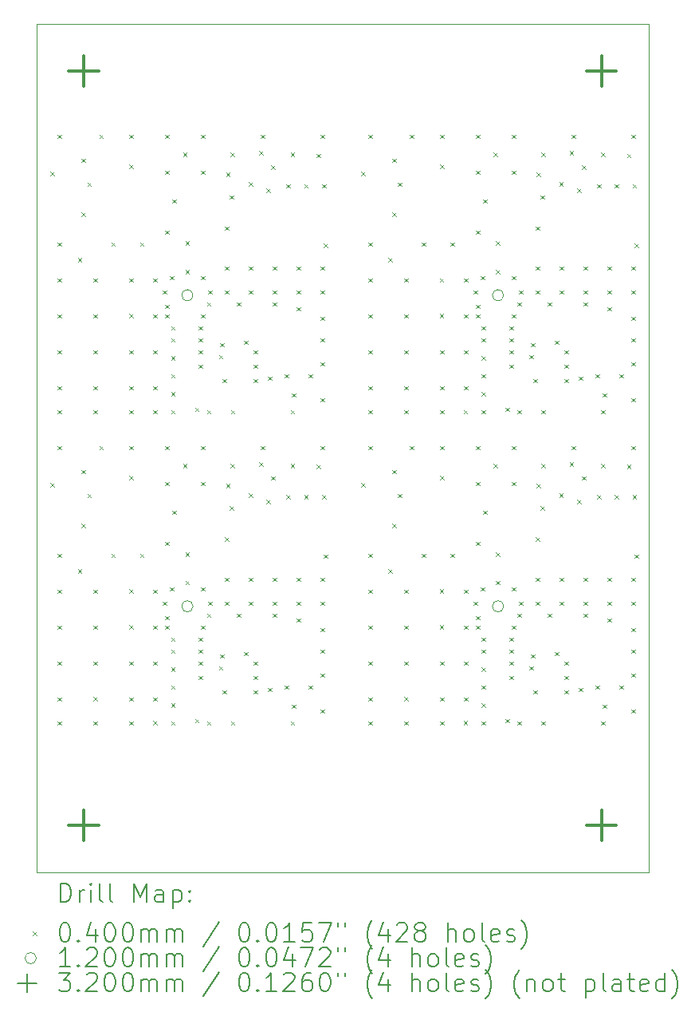
<source format=gbr>
%FSLAX45Y45*%
G04 Gerber Fmt 4.5, Leading zero omitted, Abs format (unit mm)*
G04 Created by KiCad (PCBNEW (6.0.4)) date 2022-09-16 03:16:32*
%MOMM*%
%LPD*%
G01*
G04 APERTURE LIST*
%TA.AperFunction,Profile*%
%ADD10C,0.050000*%
%TD*%
%ADD11C,0.200000*%
%ADD12C,0.040000*%
%ADD13C,0.120000*%
%ADD14C,0.320000*%
G04 APERTURE END LIST*
D10*
X17500000Y-12000000D02*
X11000000Y-12000000D01*
X11000000Y-12000000D02*
X11000000Y-3000000D01*
X11000000Y-3000000D02*
X17500000Y-3000000D01*
X17500000Y-3000000D02*
X17500000Y-12000000D01*
D11*
D12*
X11145800Y-4565700D02*
X11185800Y-4605700D01*
X11185800Y-4565700D02*
X11145800Y-4605700D01*
X11145800Y-7865700D02*
X11185800Y-7905700D01*
X11185800Y-7865700D02*
X11145800Y-7905700D01*
X11222000Y-4172000D02*
X11262000Y-4212000D01*
X11262000Y-4172000D02*
X11222000Y-4212000D01*
X11222000Y-5315000D02*
X11262000Y-5355000D01*
X11262000Y-5315000D02*
X11222000Y-5355000D01*
X11222000Y-5696000D02*
X11262000Y-5736000D01*
X11262000Y-5696000D02*
X11222000Y-5736000D01*
X11222000Y-6077000D02*
X11262000Y-6117000D01*
X11262000Y-6077000D02*
X11222000Y-6117000D01*
X11222000Y-6458000D02*
X11262000Y-6498000D01*
X11262000Y-6458000D02*
X11222000Y-6498000D01*
X11222000Y-6839000D02*
X11262000Y-6879000D01*
X11262000Y-6839000D02*
X11222000Y-6879000D01*
X11222000Y-7093000D02*
X11262000Y-7133000D01*
X11262000Y-7093000D02*
X11222000Y-7133000D01*
X11222000Y-7472000D02*
X11262000Y-7512000D01*
X11262000Y-7472000D02*
X11222000Y-7512000D01*
X11222000Y-8615000D02*
X11262000Y-8655000D01*
X11262000Y-8615000D02*
X11222000Y-8655000D01*
X11222000Y-8996000D02*
X11262000Y-9036000D01*
X11262000Y-8996000D02*
X11222000Y-9036000D01*
X11222000Y-9377000D02*
X11262000Y-9417000D01*
X11262000Y-9377000D02*
X11222000Y-9417000D01*
X11222000Y-9758000D02*
X11262000Y-9798000D01*
X11262000Y-9758000D02*
X11222000Y-9798000D01*
X11222000Y-10139000D02*
X11262000Y-10179000D01*
X11262000Y-10139000D02*
X11222000Y-10179000D01*
X11222000Y-10393000D02*
X11262000Y-10433000D01*
X11262000Y-10393000D02*
X11222000Y-10433000D01*
X11437900Y-5480100D02*
X11477900Y-5520100D01*
X11477900Y-5480100D02*
X11437900Y-5520100D01*
X11437900Y-8780100D02*
X11477900Y-8820100D01*
X11477900Y-8780100D02*
X11437900Y-8820100D01*
X11476000Y-4426000D02*
X11516000Y-4466000D01*
X11516000Y-4426000D02*
X11476000Y-4466000D01*
X11476000Y-4997500D02*
X11516000Y-5037500D01*
X11516000Y-4997500D02*
X11476000Y-5037500D01*
X11476000Y-7726000D02*
X11516000Y-7766000D01*
X11516000Y-7726000D02*
X11476000Y-7766000D01*
X11476000Y-8297500D02*
X11516000Y-8337500D01*
X11516000Y-8297500D02*
X11476000Y-8337500D01*
X11539500Y-4680000D02*
X11579500Y-4720000D01*
X11579500Y-4680000D02*
X11539500Y-4720000D01*
X11539500Y-7980000D02*
X11579500Y-8020000D01*
X11579500Y-7980000D02*
X11539500Y-8020000D01*
X11602488Y-6838233D02*
X11642488Y-6878233D01*
X11642488Y-6838233D02*
X11602488Y-6878233D01*
X11602488Y-10138233D02*
X11642488Y-10178233D01*
X11642488Y-10138233D02*
X11602488Y-10178233D01*
X11603000Y-5696000D02*
X11643000Y-5736000D01*
X11643000Y-5696000D02*
X11603000Y-5736000D01*
X11603000Y-6077000D02*
X11643000Y-6117000D01*
X11643000Y-6077000D02*
X11603000Y-6117000D01*
X11603000Y-6458000D02*
X11643000Y-6498000D01*
X11643000Y-6458000D02*
X11603000Y-6498000D01*
X11603000Y-7093000D02*
X11643000Y-7133000D01*
X11643000Y-7093000D02*
X11603000Y-7133000D01*
X11603000Y-8996000D02*
X11643000Y-9036000D01*
X11643000Y-8996000D02*
X11603000Y-9036000D01*
X11603000Y-9377000D02*
X11643000Y-9417000D01*
X11643000Y-9377000D02*
X11603000Y-9417000D01*
X11603000Y-9758000D02*
X11643000Y-9798000D01*
X11643000Y-9758000D02*
X11603000Y-9798000D01*
X11603000Y-10393000D02*
X11643000Y-10433000D01*
X11643000Y-10393000D02*
X11603000Y-10433000D01*
X11666500Y-4172000D02*
X11706500Y-4212000D01*
X11706500Y-4172000D02*
X11666500Y-4212000D01*
X11666500Y-7472000D02*
X11706500Y-7512000D01*
X11706500Y-7472000D02*
X11666500Y-7512000D01*
X11793500Y-5315000D02*
X11833500Y-5355000D01*
X11833500Y-5315000D02*
X11793500Y-5355000D01*
X11793500Y-8615000D02*
X11833500Y-8655000D01*
X11833500Y-8615000D02*
X11793500Y-8655000D01*
X11982721Y-5694285D02*
X12022721Y-5734285D01*
X12022721Y-5694285D02*
X11982721Y-5734285D01*
X11982721Y-6074517D02*
X12022721Y-6114517D01*
X12022721Y-6074517D02*
X11982721Y-6114517D01*
X11982721Y-8994285D02*
X12022721Y-9034285D01*
X12022721Y-8994285D02*
X11982721Y-9034285D01*
X11982721Y-9374517D02*
X12022721Y-9414517D01*
X12022721Y-9374517D02*
X11982721Y-9414517D01*
X11984000Y-4172000D02*
X12024000Y-4212000D01*
X12024000Y-4172000D02*
X11984000Y-4212000D01*
X11984000Y-4489500D02*
X12024000Y-4529500D01*
X12024000Y-4489500D02*
X11984000Y-4529500D01*
X11984000Y-6458000D02*
X12024000Y-6498000D01*
X12024000Y-6458000D02*
X11984000Y-6498000D01*
X11984000Y-6839000D02*
X12024000Y-6879000D01*
X12024000Y-6839000D02*
X11984000Y-6879000D01*
X11984000Y-7093000D02*
X12024000Y-7133000D01*
X12024000Y-7093000D02*
X11984000Y-7133000D01*
X11984000Y-7472000D02*
X12024000Y-7512000D01*
X12024000Y-7472000D02*
X11984000Y-7512000D01*
X11984000Y-7789500D02*
X12024000Y-7829500D01*
X12024000Y-7789500D02*
X11984000Y-7829500D01*
X11984000Y-9758000D02*
X12024000Y-9798000D01*
X12024000Y-9758000D02*
X11984000Y-9798000D01*
X11984000Y-10139000D02*
X12024000Y-10179000D01*
X12024000Y-10139000D02*
X11984000Y-10179000D01*
X11984000Y-10393000D02*
X12024000Y-10433000D01*
X12024000Y-10393000D02*
X11984000Y-10433000D01*
X12098300Y-5315000D02*
X12138300Y-5355000D01*
X12138300Y-5315000D02*
X12098300Y-5355000D01*
X12098300Y-8615000D02*
X12138300Y-8655000D01*
X12138300Y-8615000D02*
X12098300Y-8655000D01*
X12236209Y-7091721D02*
X12276209Y-7131721D01*
X12276209Y-7091721D02*
X12236209Y-7131721D01*
X12236209Y-10391721D02*
X12276209Y-10431721D01*
X12276209Y-10391721D02*
X12236209Y-10431721D01*
X12238000Y-5696000D02*
X12278000Y-5736000D01*
X12278000Y-5696000D02*
X12238000Y-5736000D01*
X12238000Y-6077000D02*
X12278000Y-6117000D01*
X12278000Y-6077000D02*
X12238000Y-6117000D01*
X12238000Y-6458000D02*
X12278000Y-6498000D01*
X12278000Y-6458000D02*
X12238000Y-6498000D01*
X12238000Y-6839000D02*
X12278000Y-6879000D01*
X12278000Y-6839000D02*
X12238000Y-6879000D01*
X12238000Y-8996000D02*
X12278000Y-9036000D01*
X12278000Y-8996000D02*
X12238000Y-9036000D01*
X12238000Y-9377000D02*
X12278000Y-9417000D01*
X12278000Y-9377000D02*
X12238000Y-9417000D01*
X12238000Y-9758000D02*
X12278000Y-9798000D01*
X12278000Y-9758000D02*
X12238000Y-9798000D01*
X12238000Y-10139000D02*
X12278000Y-10179000D01*
X12278000Y-10139000D02*
X12238000Y-10179000D01*
X12339600Y-5823000D02*
X12379600Y-5863000D01*
X12379600Y-5823000D02*
X12339600Y-5863000D01*
X12339600Y-9123000D02*
X12379600Y-9163000D01*
X12379600Y-9123000D02*
X12339600Y-9163000D01*
X12365000Y-4172000D02*
X12405000Y-4212000D01*
X12405000Y-4172000D02*
X12365000Y-4212000D01*
X12365000Y-4553000D02*
X12405000Y-4593000D01*
X12405000Y-4553000D02*
X12365000Y-4593000D01*
X12365000Y-5188000D02*
X12405000Y-5228000D01*
X12405000Y-5188000D02*
X12365000Y-5228000D01*
X12365000Y-5975400D02*
X12405000Y-6015400D01*
X12405000Y-5975400D02*
X12365000Y-6015400D01*
X12365000Y-6077000D02*
X12405000Y-6117000D01*
X12405000Y-6077000D02*
X12365000Y-6117000D01*
X12365000Y-7472000D02*
X12405000Y-7512000D01*
X12405000Y-7472000D02*
X12365000Y-7512000D01*
X12365000Y-7853000D02*
X12405000Y-7893000D01*
X12405000Y-7853000D02*
X12365000Y-7893000D01*
X12365000Y-8488000D02*
X12405000Y-8528000D01*
X12405000Y-8488000D02*
X12365000Y-8528000D01*
X12365000Y-9275400D02*
X12405000Y-9315400D01*
X12405000Y-9275400D02*
X12365000Y-9315400D01*
X12365000Y-9377000D02*
X12405000Y-9417000D01*
X12405000Y-9377000D02*
X12365000Y-9417000D01*
X12415800Y-5670600D02*
X12455800Y-5710600D01*
X12455800Y-5670600D02*
X12415800Y-5710600D01*
X12415800Y-8970600D02*
X12455800Y-9010600D01*
X12455800Y-8970600D02*
X12415800Y-9010600D01*
X12428500Y-6204000D02*
X12468500Y-6244000D01*
X12468500Y-6204000D02*
X12428500Y-6244000D01*
X12428500Y-6331000D02*
X12468500Y-6371000D01*
X12468500Y-6331000D02*
X12428500Y-6371000D01*
X12428500Y-6521500D02*
X12468500Y-6561500D01*
X12468500Y-6521500D02*
X12428500Y-6561500D01*
X12428500Y-6712000D02*
X12468500Y-6752000D01*
X12468500Y-6712000D02*
X12428500Y-6752000D01*
X12428500Y-6902500D02*
X12468500Y-6942500D01*
X12468500Y-6902500D02*
X12428500Y-6942500D01*
X12428500Y-7093000D02*
X12468500Y-7133000D01*
X12468500Y-7093000D02*
X12428500Y-7133000D01*
X12428500Y-9504000D02*
X12468500Y-9544000D01*
X12468500Y-9504000D02*
X12428500Y-9544000D01*
X12428500Y-9631000D02*
X12468500Y-9671000D01*
X12468500Y-9631000D02*
X12428500Y-9671000D01*
X12428500Y-9821500D02*
X12468500Y-9861500D01*
X12468500Y-9821500D02*
X12428500Y-9861500D01*
X12428500Y-10012000D02*
X12468500Y-10052000D01*
X12468500Y-10012000D02*
X12428500Y-10052000D01*
X12428500Y-10202500D02*
X12468500Y-10242500D01*
X12468500Y-10202500D02*
X12428500Y-10242500D01*
X12428500Y-10393000D02*
X12468500Y-10433000D01*
X12468500Y-10393000D02*
X12428500Y-10433000D01*
X12441200Y-4857800D02*
X12481200Y-4897800D01*
X12481200Y-4857800D02*
X12441200Y-4897800D01*
X12441200Y-8157800D02*
X12481200Y-8197800D01*
X12481200Y-8157800D02*
X12441200Y-8197800D01*
X12555500Y-4362500D02*
X12595500Y-4402500D01*
X12595500Y-4362500D02*
X12555500Y-4402500D01*
X12555500Y-7662500D02*
X12595500Y-7702500D01*
X12595500Y-7662500D02*
X12555500Y-7702500D01*
X12580900Y-5302300D02*
X12620900Y-5342300D01*
X12620900Y-5302300D02*
X12580900Y-5342300D01*
X12580900Y-8602300D02*
X12620900Y-8642300D01*
X12620900Y-8602300D02*
X12580900Y-8642300D01*
X12582000Y-5605000D02*
X12622000Y-5645000D01*
X12622000Y-5605000D02*
X12582000Y-5645000D01*
X12582000Y-8905000D02*
X12622000Y-8945000D01*
X12622000Y-8905000D02*
X12582000Y-8945000D01*
X12682500Y-7067600D02*
X12722500Y-7107600D01*
X12722500Y-7067600D02*
X12682500Y-7107600D01*
X12682500Y-10367600D02*
X12722500Y-10407600D01*
X12722500Y-10367600D02*
X12682500Y-10407600D01*
X12720600Y-6204000D02*
X12760600Y-6244000D01*
X12760600Y-6204000D02*
X12720600Y-6244000D01*
X12720600Y-6331000D02*
X12760600Y-6371000D01*
X12760600Y-6331000D02*
X12720600Y-6371000D01*
X12720600Y-6458000D02*
X12760600Y-6498000D01*
X12760600Y-6458000D02*
X12720600Y-6498000D01*
X12720600Y-6610400D02*
X12760600Y-6650400D01*
X12760600Y-6610400D02*
X12720600Y-6650400D01*
X12720600Y-9504000D02*
X12760600Y-9544000D01*
X12760600Y-9504000D02*
X12720600Y-9544000D01*
X12720600Y-9631000D02*
X12760600Y-9671000D01*
X12760600Y-9631000D02*
X12720600Y-9671000D01*
X12720600Y-9758000D02*
X12760600Y-9798000D01*
X12760600Y-9758000D02*
X12720600Y-9798000D01*
X12720600Y-9910400D02*
X12760600Y-9950400D01*
X12760600Y-9910400D02*
X12720600Y-9950400D01*
X12746000Y-4172000D02*
X12786000Y-4212000D01*
X12786000Y-4172000D02*
X12746000Y-4212000D01*
X12746000Y-4553000D02*
X12786000Y-4593000D01*
X12786000Y-4553000D02*
X12746000Y-4593000D01*
X12746000Y-5670600D02*
X12786000Y-5710600D01*
X12786000Y-5670600D02*
X12746000Y-5710600D01*
X12746000Y-6077000D02*
X12786000Y-6117000D01*
X12786000Y-6077000D02*
X12746000Y-6117000D01*
X12746000Y-7472000D02*
X12786000Y-7512000D01*
X12786000Y-7472000D02*
X12746000Y-7512000D01*
X12746000Y-7853000D02*
X12786000Y-7893000D01*
X12786000Y-7853000D02*
X12746000Y-7893000D01*
X12746000Y-8970600D02*
X12786000Y-9010600D01*
X12786000Y-8970600D02*
X12746000Y-9010600D01*
X12746000Y-9377000D02*
X12786000Y-9417000D01*
X12786000Y-9377000D02*
X12746000Y-9417000D01*
X12809500Y-5950000D02*
X12849500Y-5990000D01*
X12849500Y-5950000D02*
X12809500Y-5990000D01*
X12809500Y-7093000D02*
X12849500Y-7133000D01*
X12849500Y-7093000D02*
X12809500Y-7133000D01*
X12809500Y-9250000D02*
X12849500Y-9290000D01*
X12849500Y-9250000D02*
X12809500Y-9290000D01*
X12809500Y-10393000D02*
X12849500Y-10433000D01*
X12849500Y-10393000D02*
X12809500Y-10433000D01*
X12822200Y-5823000D02*
X12862200Y-5863000D01*
X12862200Y-5823000D02*
X12822200Y-5863000D01*
X12822200Y-9123000D02*
X12862200Y-9163000D01*
X12862200Y-9123000D02*
X12822200Y-9163000D01*
X12936500Y-6508800D02*
X12976500Y-6548800D01*
X12976500Y-6508800D02*
X12936500Y-6548800D01*
X12936500Y-9808800D02*
X12976500Y-9848800D01*
X12976500Y-9808800D02*
X12936500Y-9848800D01*
X12949200Y-6381800D02*
X12989200Y-6421800D01*
X12989200Y-6381800D02*
X12949200Y-6421800D01*
X12949200Y-9681800D02*
X12989200Y-9721800D01*
X12989200Y-9681800D02*
X12949200Y-9721800D01*
X12974600Y-6762800D02*
X13014600Y-6802800D01*
X13014600Y-6762800D02*
X12974600Y-6802800D01*
X12974600Y-10062800D02*
X13014600Y-10102800D01*
X13014600Y-10062800D02*
X12974600Y-10102800D01*
X13000000Y-5569000D02*
X13040000Y-5609000D01*
X13040000Y-5569000D02*
X13000000Y-5609000D01*
X13000000Y-5823000D02*
X13040000Y-5863000D01*
X13040000Y-5823000D02*
X13000000Y-5863000D01*
X13000000Y-8869000D02*
X13040000Y-8909000D01*
X13040000Y-8869000D02*
X13000000Y-8909000D01*
X13000000Y-9123000D02*
X13040000Y-9163000D01*
X13040000Y-9123000D02*
X13000000Y-9163000D01*
X13002000Y-5145000D02*
X13042000Y-5185000D01*
X13042000Y-5145000D02*
X13002000Y-5185000D01*
X13002000Y-8445000D02*
X13042000Y-8485000D01*
X13042000Y-8445000D02*
X13002000Y-8485000D01*
X13012000Y-4575000D02*
X13052000Y-4615000D01*
X13052000Y-4575000D02*
X13012000Y-4615000D01*
X13012000Y-7875000D02*
X13052000Y-7915000D01*
X13052000Y-7875000D02*
X13012000Y-7915000D01*
X13052000Y-4815000D02*
X13092000Y-4855000D01*
X13092000Y-4815000D02*
X13052000Y-4855000D01*
X13052000Y-8115000D02*
X13092000Y-8155000D01*
X13092000Y-8115000D02*
X13052000Y-8155000D01*
X13061747Y-4361770D02*
X13101747Y-4401770D01*
X13101747Y-4361770D02*
X13061747Y-4401770D01*
X13061747Y-7661770D02*
X13101747Y-7701770D01*
X13101747Y-7661770D02*
X13061747Y-7701770D01*
X13063500Y-7093000D02*
X13103500Y-7133000D01*
X13103500Y-7093000D02*
X13063500Y-7133000D01*
X13063500Y-10393000D02*
X13103500Y-10433000D01*
X13103500Y-10393000D02*
X13063500Y-10433000D01*
X13127000Y-5950000D02*
X13167000Y-5990000D01*
X13167000Y-5950000D02*
X13127000Y-5990000D01*
X13127000Y-9250000D02*
X13167000Y-9290000D01*
X13167000Y-9250000D02*
X13127000Y-9290000D01*
X13203200Y-6356400D02*
X13243200Y-6396400D01*
X13243200Y-6356400D02*
X13203200Y-6396400D01*
X13203200Y-9656400D02*
X13243200Y-9696400D01*
X13243200Y-9656400D02*
X13203200Y-9696400D01*
X13252000Y-4675000D02*
X13292000Y-4715000D01*
X13292000Y-4675000D02*
X13252000Y-4715000D01*
X13252000Y-7975000D02*
X13292000Y-8015000D01*
X13292000Y-7975000D02*
X13252000Y-8015000D01*
X13254000Y-5569000D02*
X13294000Y-5609000D01*
X13294000Y-5569000D02*
X13254000Y-5609000D01*
X13254000Y-5823000D02*
X13294000Y-5863000D01*
X13294000Y-5823000D02*
X13254000Y-5863000D01*
X13254000Y-8869000D02*
X13294000Y-8909000D01*
X13294000Y-8869000D02*
X13254000Y-8909000D01*
X13254000Y-9123000D02*
X13294000Y-9163000D01*
X13294000Y-9123000D02*
X13254000Y-9163000D01*
X13304800Y-6458000D02*
X13344800Y-6498000D01*
X13344800Y-6458000D02*
X13304800Y-6498000D01*
X13304800Y-6610400D02*
X13344800Y-6650400D01*
X13344800Y-6610400D02*
X13304800Y-6650400D01*
X13304800Y-6762800D02*
X13344800Y-6802800D01*
X13344800Y-6762800D02*
X13304800Y-6802800D01*
X13304800Y-9758000D02*
X13344800Y-9798000D01*
X13344800Y-9758000D02*
X13304800Y-9798000D01*
X13304800Y-9910400D02*
X13344800Y-9950400D01*
X13344800Y-9910400D02*
X13304800Y-9950400D01*
X13304800Y-10062800D02*
X13344800Y-10102800D01*
X13344800Y-10062800D02*
X13304800Y-10102800D01*
X13362000Y-4345000D02*
X13402000Y-4385000D01*
X13402000Y-4345000D02*
X13362000Y-4385000D01*
X13362000Y-7645000D02*
X13402000Y-7685000D01*
X13402000Y-7645000D02*
X13362000Y-7685000D01*
X13381000Y-4172000D02*
X13421000Y-4212000D01*
X13421000Y-4172000D02*
X13381000Y-4212000D01*
X13381000Y-7472000D02*
X13421000Y-7512000D01*
X13421000Y-7472000D02*
X13381000Y-7512000D01*
X13442000Y-4745000D02*
X13482000Y-4785000D01*
X13482000Y-4745000D02*
X13442000Y-4785000D01*
X13442000Y-8045000D02*
X13482000Y-8085000D01*
X13482000Y-8045000D02*
X13442000Y-8085000D01*
X13457200Y-6737400D02*
X13497200Y-6777400D01*
X13497200Y-6737400D02*
X13457200Y-6777400D01*
X13457200Y-10037400D02*
X13497200Y-10077400D01*
X13497200Y-10037400D02*
X13457200Y-10077400D01*
X13492000Y-4495000D02*
X13532000Y-4535000D01*
X13532000Y-4495000D02*
X13492000Y-4535000D01*
X13492000Y-7795000D02*
X13532000Y-7835000D01*
X13532000Y-7795000D02*
X13492000Y-7835000D01*
X13508000Y-5569000D02*
X13548000Y-5609000D01*
X13548000Y-5569000D02*
X13508000Y-5609000D01*
X13508000Y-5823000D02*
X13548000Y-5863000D01*
X13548000Y-5823000D02*
X13508000Y-5863000D01*
X13508000Y-5950000D02*
X13548000Y-5990000D01*
X13548000Y-5950000D02*
X13508000Y-5990000D01*
X13508000Y-8869000D02*
X13548000Y-8909000D01*
X13548000Y-8869000D02*
X13508000Y-8909000D01*
X13508000Y-9123000D02*
X13548000Y-9163000D01*
X13548000Y-9123000D02*
X13508000Y-9163000D01*
X13508000Y-9250000D02*
X13548000Y-9290000D01*
X13548000Y-9250000D02*
X13508000Y-9290000D01*
X13635000Y-6712000D02*
X13675000Y-6752000D01*
X13675000Y-6712000D02*
X13635000Y-6752000D01*
X13635000Y-10012000D02*
X13675000Y-10052000D01*
X13675000Y-10012000D02*
X13635000Y-10052000D01*
X13652000Y-4695000D02*
X13692000Y-4735000D01*
X13692000Y-4695000D02*
X13652000Y-4735000D01*
X13652000Y-7995000D02*
X13692000Y-8035000D01*
X13692000Y-7995000D02*
X13652000Y-8035000D01*
X13698500Y-4362500D02*
X13738500Y-4402500D01*
X13738500Y-4362500D02*
X13698500Y-4402500D01*
X13698500Y-7093000D02*
X13738500Y-7133000D01*
X13738500Y-7093000D02*
X13698500Y-7133000D01*
X13698500Y-7662500D02*
X13738500Y-7702500D01*
X13738500Y-7662500D02*
X13698500Y-7702500D01*
X13698500Y-10393000D02*
X13738500Y-10433000D01*
X13738500Y-10393000D02*
X13698500Y-10433000D01*
X13711200Y-6915200D02*
X13751200Y-6955200D01*
X13751200Y-6915200D02*
X13711200Y-6955200D01*
X13711200Y-10215200D02*
X13751200Y-10255200D01*
X13751200Y-10215200D02*
X13711200Y-10255200D01*
X13762000Y-5569000D02*
X13802000Y-5609000D01*
X13802000Y-5569000D02*
X13762000Y-5609000D01*
X13762000Y-5823000D02*
X13802000Y-5863000D01*
X13802000Y-5823000D02*
X13762000Y-5863000D01*
X13762000Y-6000800D02*
X13802000Y-6040800D01*
X13802000Y-6000800D02*
X13762000Y-6040800D01*
X13762000Y-8869000D02*
X13802000Y-8909000D01*
X13802000Y-8869000D02*
X13762000Y-8909000D01*
X13762000Y-9123000D02*
X13802000Y-9163000D01*
X13802000Y-9123000D02*
X13762000Y-9163000D01*
X13762000Y-9300800D02*
X13802000Y-9340800D01*
X13802000Y-9300800D02*
X13762000Y-9340800D01*
X13842000Y-4695000D02*
X13882000Y-4735000D01*
X13882000Y-4695000D02*
X13842000Y-4735000D01*
X13842000Y-7995000D02*
X13882000Y-8035000D01*
X13882000Y-7995000D02*
X13842000Y-8035000D01*
X13889000Y-6712000D02*
X13929000Y-6752000D01*
X13929000Y-6712000D02*
X13889000Y-6752000D01*
X13889000Y-10012000D02*
X13929000Y-10052000D01*
X13929000Y-10012000D02*
X13889000Y-10052000D01*
X13972000Y-4375000D02*
X14012000Y-4415000D01*
X14012000Y-4375000D02*
X13972000Y-4415000D01*
X13972000Y-7675000D02*
X14012000Y-7715000D01*
X14012000Y-7675000D02*
X13972000Y-7715000D01*
X14016000Y-4172000D02*
X14056000Y-4212000D01*
X14056000Y-4172000D02*
X14016000Y-4212000D01*
X14016000Y-5569000D02*
X14056000Y-5609000D01*
X14056000Y-5569000D02*
X14016000Y-5609000D01*
X14016000Y-5823000D02*
X14056000Y-5863000D01*
X14056000Y-5823000D02*
X14016000Y-5863000D01*
X14016000Y-6102400D02*
X14056000Y-6142400D01*
X14056000Y-6102400D02*
X14016000Y-6142400D01*
X14016000Y-6331000D02*
X14056000Y-6371000D01*
X14056000Y-6331000D02*
X14016000Y-6371000D01*
X14016000Y-6585000D02*
X14056000Y-6625000D01*
X14056000Y-6585000D02*
X14016000Y-6625000D01*
X14016000Y-6966000D02*
X14056000Y-7006000D01*
X14056000Y-6966000D02*
X14016000Y-7006000D01*
X14016000Y-7472000D02*
X14056000Y-7512000D01*
X14056000Y-7472000D02*
X14016000Y-7512000D01*
X14016000Y-8869000D02*
X14056000Y-8909000D01*
X14056000Y-8869000D02*
X14016000Y-8909000D01*
X14016000Y-9123000D02*
X14056000Y-9163000D01*
X14056000Y-9123000D02*
X14016000Y-9163000D01*
X14016000Y-9402400D02*
X14056000Y-9442400D01*
X14056000Y-9402400D02*
X14016000Y-9442400D01*
X14016000Y-9631000D02*
X14056000Y-9671000D01*
X14056000Y-9631000D02*
X14016000Y-9671000D01*
X14016000Y-9885000D02*
X14056000Y-9925000D01*
X14056000Y-9885000D02*
X14016000Y-9925000D01*
X14016000Y-10266000D02*
X14056000Y-10306000D01*
X14056000Y-10266000D02*
X14016000Y-10306000D01*
X14032000Y-4695000D02*
X14072000Y-4735000D01*
X14072000Y-4695000D02*
X14032000Y-4735000D01*
X14032000Y-7995000D02*
X14072000Y-8035000D01*
X14072000Y-7995000D02*
X14032000Y-8035000D01*
X14052000Y-5325000D02*
X14092000Y-5365000D01*
X14092000Y-5325000D02*
X14052000Y-5365000D01*
X14052000Y-8625000D02*
X14092000Y-8665000D01*
X14092000Y-8625000D02*
X14052000Y-8665000D01*
X14445800Y-4565700D02*
X14485800Y-4605700D01*
X14485800Y-4565700D02*
X14445800Y-4605700D01*
X14445800Y-7865700D02*
X14485800Y-7905700D01*
X14485800Y-7865700D02*
X14445800Y-7905700D01*
X14522000Y-4172000D02*
X14562000Y-4212000D01*
X14562000Y-4172000D02*
X14522000Y-4212000D01*
X14522000Y-5315000D02*
X14562000Y-5355000D01*
X14562000Y-5315000D02*
X14522000Y-5355000D01*
X14522000Y-5696000D02*
X14562000Y-5736000D01*
X14562000Y-5696000D02*
X14522000Y-5736000D01*
X14522000Y-6077000D02*
X14562000Y-6117000D01*
X14562000Y-6077000D02*
X14522000Y-6117000D01*
X14522000Y-6458000D02*
X14562000Y-6498000D01*
X14562000Y-6458000D02*
X14522000Y-6498000D01*
X14522000Y-6839000D02*
X14562000Y-6879000D01*
X14562000Y-6839000D02*
X14522000Y-6879000D01*
X14522000Y-7093000D02*
X14562000Y-7133000D01*
X14562000Y-7093000D02*
X14522000Y-7133000D01*
X14522000Y-7472000D02*
X14562000Y-7512000D01*
X14562000Y-7472000D02*
X14522000Y-7512000D01*
X14522000Y-8615000D02*
X14562000Y-8655000D01*
X14562000Y-8615000D02*
X14522000Y-8655000D01*
X14522000Y-8996000D02*
X14562000Y-9036000D01*
X14562000Y-8996000D02*
X14522000Y-9036000D01*
X14522000Y-9377000D02*
X14562000Y-9417000D01*
X14562000Y-9377000D02*
X14522000Y-9417000D01*
X14522000Y-9758000D02*
X14562000Y-9798000D01*
X14562000Y-9758000D02*
X14522000Y-9798000D01*
X14522000Y-10139000D02*
X14562000Y-10179000D01*
X14562000Y-10139000D02*
X14522000Y-10179000D01*
X14522000Y-10393000D02*
X14562000Y-10433000D01*
X14562000Y-10393000D02*
X14522000Y-10433000D01*
X14737900Y-5480100D02*
X14777900Y-5520100D01*
X14777900Y-5480100D02*
X14737900Y-5520100D01*
X14737900Y-8780100D02*
X14777900Y-8820100D01*
X14777900Y-8780100D02*
X14737900Y-8820100D01*
X14776000Y-4426000D02*
X14816000Y-4466000D01*
X14816000Y-4426000D02*
X14776000Y-4466000D01*
X14776000Y-4997500D02*
X14816000Y-5037500D01*
X14816000Y-4997500D02*
X14776000Y-5037500D01*
X14776000Y-7726000D02*
X14816000Y-7766000D01*
X14816000Y-7726000D02*
X14776000Y-7766000D01*
X14776000Y-8297500D02*
X14816000Y-8337500D01*
X14816000Y-8297500D02*
X14776000Y-8337500D01*
X14839500Y-4680000D02*
X14879500Y-4720000D01*
X14879500Y-4680000D02*
X14839500Y-4720000D01*
X14839500Y-7980000D02*
X14879500Y-8020000D01*
X14879500Y-7980000D02*
X14839500Y-8020000D01*
X14902488Y-6838233D02*
X14942488Y-6878233D01*
X14942488Y-6838233D02*
X14902488Y-6878233D01*
X14902488Y-10138233D02*
X14942488Y-10178233D01*
X14942488Y-10138233D02*
X14902488Y-10178233D01*
X14903000Y-5696000D02*
X14943000Y-5736000D01*
X14943000Y-5696000D02*
X14903000Y-5736000D01*
X14903000Y-6077000D02*
X14943000Y-6117000D01*
X14943000Y-6077000D02*
X14903000Y-6117000D01*
X14903000Y-6458000D02*
X14943000Y-6498000D01*
X14943000Y-6458000D02*
X14903000Y-6498000D01*
X14903000Y-7093000D02*
X14943000Y-7133000D01*
X14943000Y-7093000D02*
X14903000Y-7133000D01*
X14903000Y-8996000D02*
X14943000Y-9036000D01*
X14943000Y-8996000D02*
X14903000Y-9036000D01*
X14903000Y-9377000D02*
X14943000Y-9417000D01*
X14943000Y-9377000D02*
X14903000Y-9417000D01*
X14903000Y-9758000D02*
X14943000Y-9798000D01*
X14943000Y-9758000D02*
X14903000Y-9798000D01*
X14903000Y-10393000D02*
X14943000Y-10433000D01*
X14943000Y-10393000D02*
X14903000Y-10433000D01*
X14966500Y-4172000D02*
X15006500Y-4212000D01*
X15006500Y-4172000D02*
X14966500Y-4212000D01*
X14966500Y-7472000D02*
X15006500Y-7512000D01*
X15006500Y-7472000D02*
X14966500Y-7512000D01*
X15093500Y-5315000D02*
X15133500Y-5355000D01*
X15133500Y-5315000D02*
X15093500Y-5355000D01*
X15093500Y-8615000D02*
X15133500Y-8655000D01*
X15133500Y-8615000D02*
X15093500Y-8655000D01*
X15282721Y-5694285D02*
X15322721Y-5734285D01*
X15322721Y-5694285D02*
X15282721Y-5734285D01*
X15282721Y-6074517D02*
X15322721Y-6114517D01*
X15322721Y-6074517D02*
X15282721Y-6114517D01*
X15282721Y-8994285D02*
X15322721Y-9034285D01*
X15322721Y-8994285D02*
X15282721Y-9034285D01*
X15282721Y-9374517D02*
X15322721Y-9414517D01*
X15322721Y-9374517D02*
X15282721Y-9414517D01*
X15284000Y-4172000D02*
X15324000Y-4212000D01*
X15324000Y-4172000D02*
X15284000Y-4212000D01*
X15284000Y-4489500D02*
X15324000Y-4529500D01*
X15324000Y-4489500D02*
X15284000Y-4529500D01*
X15284000Y-6458000D02*
X15324000Y-6498000D01*
X15324000Y-6458000D02*
X15284000Y-6498000D01*
X15284000Y-6839000D02*
X15324000Y-6879000D01*
X15324000Y-6839000D02*
X15284000Y-6879000D01*
X15284000Y-7093000D02*
X15324000Y-7133000D01*
X15324000Y-7093000D02*
X15284000Y-7133000D01*
X15284000Y-7472000D02*
X15324000Y-7512000D01*
X15324000Y-7472000D02*
X15284000Y-7512000D01*
X15284000Y-7789500D02*
X15324000Y-7829500D01*
X15324000Y-7789500D02*
X15284000Y-7829500D01*
X15284000Y-9758000D02*
X15324000Y-9798000D01*
X15324000Y-9758000D02*
X15284000Y-9798000D01*
X15284000Y-10139000D02*
X15324000Y-10179000D01*
X15324000Y-10139000D02*
X15284000Y-10179000D01*
X15284000Y-10393000D02*
X15324000Y-10433000D01*
X15324000Y-10393000D02*
X15284000Y-10433000D01*
X15398300Y-5315000D02*
X15438300Y-5355000D01*
X15438300Y-5315000D02*
X15398300Y-5355000D01*
X15398300Y-8615000D02*
X15438300Y-8655000D01*
X15438300Y-8615000D02*
X15398300Y-8655000D01*
X15536209Y-7091721D02*
X15576209Y-7131721D01*
X15576209Y-7091721D02*
X15536209Y-7131721D01*
X15536209Y-10391721D02*
X15576209Y-10431721D01*
X15576209Y-10391721D02*
X15536209Y-10431721D01*
X15538000Y-5696000D02*
X15578000Y-5736000D01*
X15578000Y-5696000D02*
X15538000Y-5736000D01*
X15538000Y-6077000D02*
X15578000Y-6117000D01*
X15578000Y-6077000D02*
X15538000Y-6117000D01*
X15538000Y-6458000D02*
X15578000Y-6498000D01*
X15578000Y-6458000D02*
X15538000Y-6498000D01*
X15538000Y-6839000D02*
X15578000Y-6879000D01*
X15578000Y-6839000D02*
X15538000Y-6879000D01*
X15538000Y-8996000D02*
X15578000Y-9036000D01*
X15578000Y-8996000D02*
X15538000Y-9036000D01*
X15538000Y-9377000D02*
X15578000Y-9417000D01*
X15578000Y-9377000D02*
X15538000Y-9417000D01*
X15538000Y-9758000D02*
X15578000Y-9798000D01*
X15578000Y-9758000D02*
X15538000Y-9798000D01*
X15538000Y-10139000D02*
X15578000Y-10179000D01*
X15578000Y-10139000D02*
X15538000Y-10179000D01*
X15639600Y-5823000D02*
X15679600Y-5863000D01*
X15679600Y-5823000D02*
X15639600Y-5863000D01*
X15639600Y-9123000D02*
X15679600Y-9163000D01*
X15679600Y-9123000D02*
X15639600Y-9163000D01*
X15665000Y-4172000D02*
X15705000Y-4212000D01*
X15705000Y-4172000D02*
X15665000Y-4212000D01*
X15665000Y-4553000D02*
X15705000Y-4593000D01*
X15705000Y-4553000D02*
X15665000Y-4593000D01*
X15665000Y-5188000D02*
X15705000Y-5228000D01*
X15705000Y-5188000D02*
X15665000Y-5228000D01*
X15665000Y-5975400D02*
X15705000Y-6015400D01*
X15705000Y-5975400D02*
X15665000Y-6015400D01*
X15665000Y-6077000D02*
X15705000Y-6117000D01*
X15705000Y-6077000D02*
X15665000Y-6117000D01*
X15665000Y-7472000D02*
X15705000Y-7512000D01*
X15705000Y-7472000D02*
X15665000Y-7512000D01*
X15665000Y-7853000D02*
X15705000Y-7893000D01*
X15705000Y-7853000D02*
X15665000Y-7893000D01*
X15665000Y-8488000D02*
X15705000Y-8528000D01*
X15705000Y-8488000D02*
X15665000Y-8528000D01*
X15665000Y-9275400D02*
X15705000Y-9315400D01*
X15705000Y-9275400D02*
X15665000Y-9315400D01*
X15665000Y-9377000D02*
X15705000Y-9417000D01*
X15705000Y-9377000D02*
X15665000Y-9417000D01*
X15715800Y-5670600D02*
X15755800Y-5710600D01*
X15755800Y-5670600D02*
X15715800Y-5710600D01*
X15715800Y-8970600D02*
X15755800Y-9010600D01*
X15755800Y-8970600D02*
X15715800Y-9010600D01*
X15728500Y-6204000D02*
X15768500Y-6244000D01*
X15768500Y-6204000D02*
X15728500Y-6244000D01*
X15728500Y-6331000D02*
X15768500Y-6371000D01*
X15768500Y-6331000D02*
X15728500Y-6371000D01*
X15728500Y-6521500D02*
X15768500Y-6561500D01*
X15768500Y-6521500D02*
X15728500Y-6561500D01*
X15728500Y-6712000D02*
X15768500Y-6752000D01*
X15768500Y-6712000D02*
X15728500Y-6752000D01*
X15728500Y-6902500D02*
X15768500Y-6942500D01*
X15768500Y-6902500D02*
X15728500Y-6942500D01*
X15728500Y-7093000D02*
X15768500Y-7133000D01*
X15768500Y-7093000D02*
X15728500Y-7133000D01*
X15728500Y-9504000D02*
X15768500Y-9544000D01*
X15768500Y-9504000D02*
X15728500Y-9544000D01*
X15728500Y-9631000D02*
X15768500Y-9671000D01*
X15768500Y-9631000D02*
X15728500Y-9671000D01*
X15728500Y-9821500D02*
X15768500Y-9861500D01*
X15768500Y-9821500D02*
X15728500Y-9861500D01*
X15728500Y-10012000D02*
X15768500Y-10052000D01*
X15768500Y-10012000D02*
X15728500Y-10052000D01*
X15728500Y-10202500D02*
X15768500Y-10242500D01*
X15768500Y-10202500D02*
X15728500Y-10242500D01*
X15728500Y-10393000D02*
X15768500Y-10433000D01*
X15768500Y-10393000D02*
X15728500Y-10433000D01*
X15741200Y-4857800D02*
X15781200Y-4897800D01*
X15781200Y-4857800D02*
X15741200Y-4897800D01*
X15741200Y-8157800D02*
X15781200Y-8197800D01*
X15781200Y-8157800D02*
X15741200Y-8197800D01*
X15855500Y-4362500D02*
X15895500Y-4402500D01*
X15895500Y-4362500D02*
X15855500Y-4402500D01*
X15855500Y-7662500D02*
X15895500Y-7702500D01*
X15895500Y-7662500D02*
X15855500Y-7702500D01*
X15880900Y-5302300D02*
X15920900Y-5342300D01*
X15920900Y-5302300D02*
X15880900Y-5342300D01*
X15880900Y-8602300D02*
X15920900Y-8642300D01*
X15920900Y-8602300D02*
X15880900Y-8642300D01*
X15882000Y-5605000D02*
X15922000Y-5645000D01*
X15922000Y-5605000D02*
X15882000Y-5645000D01*
X15882000Y-8905000D02*
X15922000Y-8945000D01*
X15922000Y-8905000D02*
X15882000Y-8945000D01*
X15982500Y-7067600D02*
X16022500Y-7107600D01*
X16022500Y-7067600D02*
X15982500Y-7107600D01*
X15982500Y-10367600D02*
X16022500Y-10407600D01*
X16022500Y-10367600D02*
X15982500Y-10407600D01*
X16020600Y-6204000D02*
X16060600Y-6244000D01*
X16060600Y-6204000D02*
X16020600Y-6244000D01*
X16020600Y-6331000D02*
X16060600Y-6371000D01*
X16060600Y-6331000D02*
X16020600Y-6371000D01*
X16020600Y-6458000D02*
X16060600Y-6498000D01*
X16060600Y-6458000D02*
X16020600Y-6498000D01*
X16020600Y-6610400D02*
X16060600Y-6650400D01*
X16060600Y-6610400D02*
X16020600Y-6650400D01*
X16020600Y-9504000D02*
X16060600Y-9544000D01*
X16060600Y-9504000D02*
X16020600Y-9544000D01*
X16020600Y-9631000D02*
X16060600Y-9671000D01*
X16060600Y-9631000D02*
X16020600Y-9671000D01*
X16020600Y-9758000D02*
X16060600Y-9798000D01*
X16060600Y-9758000D02*
X16020600Y-9798000D01*
X16020600Y-9910400D02*
X16060600Y-9950400D01*
X16060600Y-9910400D02*
X16020600Y-9950400D01*
X16046000Y-4172000D02*
X16086000Y-4212000D01*
X16086000Y-4172000D02*
X16046000Y-4212000D01*
X16046000Y-4553000D02*
X16086000Y-4593000D01*
X16086000Y-4553000D02*
X16046000Y-4593000D01*
X16046000Y-5670600D02*
X16086000Y-5710600D01*
X16086000Y-5670600D02*
X16046000Y-5710600D01*
X16046000Y-6077000D02*
X16086000Y-6117000D01*
X16086000Y-6077000D02*
X16046000Y-6117000D01*
X16046000Y-7472000D02*
X16086000Y-7512000D01*
X16086000Y-7472000D02*
X16046000Y-7512000D01*
X16046000Y-7853000D02*
X16086000Y-7893000D01*
X16086000Y-7853000D02*
X16046000Y-7893000D01*
X16046000Y-8970600D02*
X16086000Y-9010600D01*
X16086000Y-8970600D02*
X16046000Y-9010600D01*
X16046000Y-9377000D02*
X16086000Y-9417000D01*
X16086000Y-9377000D02*
X16046000Y-9417000D01*
X16109500Y-5950000D02*
X16149500Y-5990000D01*
X16149500Y-5950000D02*
X16109500Y-5990000D01*
X16109500Y-7093000D02*
X16149500Y-7133000D01*
X16149500Y-7093000D02*
X16109500Y-7133000D01*
X16109500Y-9250000D02*
X16149500Y-9290000D01*
X16149500Y-9250000D02*
X16109500Y-9290000D01*
X16109500Y-10393000D02*
X16149500Y-10433000D01*
X16149500Y-10393000D02*
X16109500Y-10433000D01*
X16122200Y-5823000D02*
X16162200Y-5863000D01*
X16162200Y-5823000D02*
X16122200Y-5863000D01*
X16122200Y-9123000D02*
X16162200Y-9163000D01*
X16162200Y-9123000D02*
X16122200Y-9163000D01*
X16236500Y-6508800D02*
X16276500Y-6548800D01*
X16276500Y-6508800D02*
X16236500Y-6548800D01*
X16236500Y-9808800D02*
X16276500Y-9848800D01*
X16276500Y-9808800D02*
X16236500Y-9848800D01*
X16249200Y-6381800D02*
X16289200Y-6421800D01*
X16289200Y-6381800D02*
X16249200Y-6421800D01*
X16249200Y-9681800D02*
X16289200Y-9721800D01*
X16289200Y-9681800D02*
X16249200Y-9721800D01*
X16274600Y-6762800D02*
X16314600Y-6802800D01*
X16314600Y-6762800D02*
X16274600Y-6802800D01*
X16274600Y-10062800D02*
X16314600Y-10102800D01*
X16314600Y-10062800D02*
X16274600Y-10102800D01*
X16300000Y-5569000D02*
X16340000Y-5609000D01*
X16340000Y-5569000D02*
X16300000Y-5609000D01*
X16300000Y-5823000D02*
X16340000Y-5863000D01*
X16340000Y-5823000D02*
X16300000Y-5863000D01*
X16300000Y-8869000D02*
X16340000Y-8909000D01*
X16340000Y-8869000D02*
X16300000Y-8909000D01*
X16300000Y-9123000D02*
X16340000Y-9163000D01*
X16340000Y-9123000D02*
X16300000Y-9163000D01*
X16302000Y-5145000D02*
X16342000Y-5185000D01*
X16342000Y-5145000D02*
X16302000Y-5185000D01*
X16302000Y-8445000D02*
X16342000Y-8485000D01*
X16342000Y-8445000D02*
X16302000Y-8485000D01*
X16312000Y-4575000D02*
X16352000Y-4615000D01*
X16352000Y-4575000D02*
X16312000Y-4615000D01*
X16312000Y-7875000D02*
X16352000Y-7915000D01*
X16352000Y-7875000D02*
X16312000Y-7915000D01*
X16352000Y-4815000D02*
X16392000Y-4855000D01*
X16392000Y-4815000D02*
X16352000Y-4855000D01*
X16352000Y-8115000D02*
X16392000Y-8155000D01*
X16392000Y-8115000D02*
X16352000Y-8155000D01*
X16361747Y-4361770D02*
X16401747Y-4401770D01*
X16401747Y-4361770D02*
X16361747Y-4401770D01*
X16361747Y-7661770D02*
X16401747Y-7701770D01*
X16401747Y-7661770D02*
X16361747Y-7701770D01*
X16363500Y-7093000D02*
X16403500Y-7133000D01*
X16403500Y-7093000D02*
X16363500Y-7133000D01*
X16363500Y-10393000D02*
X16403500Y-10433000D01*
X16403500Y-10393000D02*
X16363500Y-10433000D01*
X16427000Y-5950000D02*
X16467000Y-5990000D01*
X16467000Y-5950000D02*
X16427000Y-5990000D01*
X16427000Y-9250000D02*
X16467000Y-9290000D01*
X16467000Y-9250000D02*
X16427000Y-9290000D01*
X16503200Y-6356400D02*
X16543200Y-6396400D01*
X16543200Y-6356400D02*
X16503200Y-6396400D01*
X16503200Y-9656400D02*
X16543200Y-9696400D01*
X16543200Y-9656400D02*
X16503200Y-9696400D01*
X16552000Y-4675000D02*
X16592000Y-4715000D01*
X16592000Y-4675000D02*
X16552000Y-4715000D01*
X16552000Y-7975000D02*
X16592000Y-8015000D01*
X16592000Y-7975000D02*
X16552000Y-8015000D01*
X16554000Y-5569000D02*
X16594000Y-5609000D01*
X16594000Y-5569000D02*
X16554000Y-5609000D01*
X16554000Y-5823000D02*
X16594000Y-5863000D01*
X16594000Y-5823000D02*
X16554000Y-5863000D01*
X16554000Y-8869000D02*
X16594000Y-8909000D01*
X16594000Y-8869000D02*
X16554000Y-8909000D01*
X16554000Y-9123000D02*
X16594000Y-9163000D01*
X16594000Y-9123000D02*
X16554000Y-9163000D01*
X16604800Y-6458000D02*
X16644800Y-6498000D01*
X16644800Y-6458000D02*
X16604800Y-6498000D01*
X16604800Y-6610400D02*
X16644800Y-6650400D01*
X16644800Y-6610400D02*
X16604800Y-6650400D01*
X16604800Y-6762800D02*
X16644800Y-6802800D01*
X16644800Y-6762800D02*
X16604800Y-6802800D01*
X16604800Y-9758000D02*
X16644800Y-9798000D01*
X16644800Y-9758000D02*
X16604800Y-9798000D01*
X16604800Y-9910400D02*
X16644800Y-9950400D01*
X16644800Y-9910400D02*
X16604800Y-9950400D01*
X16604800Y-10062800D02*
X16644800Y-10102800D01*
X16644800Y-10062800D02*
X16604800Y-10102800D01*
X16662000Y-4345000D02*
X16702000Y-4385000D01*
X16702000Y-4345000D02*
X16662000Y-4385000D01*
X16662000Y-7645000D02*
X16702000Y-7685000D01*
X16702000Y-7645000D02*
X16662000Y-7685000D01*
X16681000Y-4172000D02*
X16721000Y-4212000D01*
X16721000Y-4172000D02*
X16681000Y-4212000D01*
X16681000Y-7472000D02*
X16721000Y-7512000D01*
X16721000Y-7472000D02*
X16681000Y-7512000D01*
X16742000Y-4745000D02*
X16782000Y-4785000D01*
X16782000Y-4745000D02*
X16742000Y-4785000D01*
X16742000Y-8045000D02*
X16782000Y-8085000D01*
X16782000Y-8045000D02*
X16742000Y-8085000D01*
X16757200Y-6737400D02*
X16797200Y-6777400D01*
X16797200Y-6737400D02*
X16757200Y-6777400D01*
X16757200Y-10037400D02*
X16797200Y-10077400D01*
X16797200Y-10037400D02*
X16757200Y-10077400D01*
X16792000Y-4495000D02*
X16832000Y-4535000D01*
X16832000Y-4495000D02*
X16792000Y-4535000D01*
X16792000Y-7795000D02*
X16832000Y-7835000D01*
X16832000Y-7795000D02*
X16792000Y-7835000D01*
X16808000Y-5569000D02*
X16848000Y-5609000D01*
X16848000Y-5569000D02*
X16808000Y-5609000D01*
X16808000Y-5823000D02*
X16848000Y-5863000D01*
X16848000Y-5823000D02*
X16808000Y-5863000D01*
X16808000Y-5950000D02*
X16848000Y-5990000D01*
X16848000Y-5950000D02*
X16808000Y-5990000D01*
X16808000Y-8869000D02*
X16848000Y-8909000D01*
X16848000Y-8869000D02*
X16808000Y-8909000D01*
X16808000Y-9123000D02*
X16848000Y-9163000D01*
X16848000Y-9123000D02*
X16808000Y-9163000D01*
X16808000Y-9250000D02*
X16848000Y-9290000D01*
X16848000Y-9250000D02*
X16808000Y-9290000D01*
X16935000Y-6712000D02*
X16975000Y-6752000D01*
X16975000Y-6712000D02*
X16935000Y-6752000D01*
X16935000Y-10012000D02*
X16975000Y-10052000D01*
X16975000Y-10012000D02*
X16935000Y-10052000D01*
X16952000Y-4695000D02*
X16992000Y-4735000D01*
X16992000Y-4695000D02*
X16952000Y-4735000D01*
X16952000Y-7995000D02*
X16992000Y-8035000D01*
X16992000Y-7995000D02*
X16952000Y-8035000D01*
X16998500Y-4362500D02*
X17038500Y-4402500D01*
X17038500Y-4362500D02*
X16998500Y-4402500D01*
X16998500Y-7093000D02*
X17038500Y-7133000D01*
X17038500Y-7093000D02*
X16998500Y-7133000D01*
X16998500Y-7662500D02*
X17038500Y-7702500D01*
X17038500Y-7662500D02*
X16998500Y-7702500D01*
X16998500Y-10393000D02*
X17038500Y-10433000D01*
X17038500Y-10393000D02*
X16998500Y-10433000D01*
X17011200Y-6915200D02*
X17051200Y-6955200D01*
X17051200Y-6915200D02*
X17011200Y-6955200D01*
X17011200Y-10215200D02*
X17051200Y-10255200D01*
X17051200Y-10215200D02*
X17011200Y-10255200D01*
X17062000Y-5569000D02*
X17102000Y-5609000D01*
X17102000Y-5569000D02*
X17062000Y-5609000D01*
X17062000Y-5823000D02*
X17102000Y-5863000D01*
X17102000Y-5823000D02*
X17062000Y-5863000D01*
X17062000Y-6000800D02*
X17102000Y-6040800D01*
X17102000Y-6000800D02*
X17062000Y-6040800D01*
X17062000Y-8869000D02*
X17102000Y-8909000D01*
X17102000Y-8869000D02*
X17062000Y-8909000D01*
X17062000Y-9123000D02*
X17102000Y-9163000D01*
X17102000Y-9123000D02*
X17062000Y-9163000D01*
X17062000Y-9300800D02*
X17102000Y-9340800D01*
X17102000Y-9300800D02*
X17062000Y-9340800D01*
X17142000Y-4695000D02*
X17182000Y-4735000D01*
X17182000Y-4695000D02*
X17142000Y-4735000D01*
X17142000Y-7995000D02*
X17182000Y-8035000D01*
X17182000Y-7995000D02*
X17142000Y-8035000D01*
X17189000Y-6712000D02*
X17229000Y-6752000D01*
X17229000Y-6712000D02*
X17189000Y-6752000D01*
X17189000Y-10012000D02*
X17229000Y-10052000D01*
X17229000Y-10012000D02*
X17189000Y-10052000D01*
X17272000Y-4375000D02*
X17312000Y-4415000D01*
X17312000Y-4375000D02*
X17272000Y-4415000D01*
X17272000Y-7675000D02*
X17312000Y-7715000D01*
X17312000Y-7675000D02*
X17272000Y-7715000D01*
X17316000Y-4172000D02*
X17356000Y-4212000D01*
X17356000Y-4172000D02*
X17316000Y-4212000D01*
X17316000Y-5569000D02*
X17356000Y-5609000D01*
X17356000Y-5569000D02*
X17316000Y-5609000D01*
X17316000Y-5823000D02*
X17356000Y-5863000D01*
X17356000Y-5823000D02*
X17316000Y-5863000D01*
X17316000Y-6102400D02*
X17356000Y-6142400D01*
X17356000Y-6102400D02*
X17316000Y-6142400D01*
X17316000Y-6331000D02*
X17356000Y-6371000D01*
X17356000Y-6331000D02*
X17316000Y-6371000D01*
X17316000Y-6585000D02*
X17356000Y-6625000D01*
X17356000Y-6585000D02*
X17316000Y-6625000D01*
X17316000Y-6966000D02*
X17356000Y-7006000D01*
X17356000Y-6966000D02*
X17316000Y-7006000D01*
X17316000Y-7472000D02*
X17356000Y-7512000D01*
X17356000Y-7472000D02*
X17316000Y-7512000D01*
X17316000Y-8869000D02*
X17356000Y-8909000D01*
X17356000Y-8869000D02*
X17316000Y-8909000D01*
X17316000Y-9123000D02*
X17356000Y-9163000D01*
X17356000Y-9123000D02*
X17316000Y-9163000D01*
X17316000Y-9402400D02*
X17356000Y-9442400D01*
X17356000Y-9402400D02*
X17316000Y-9442400D01*
X17316000Y-9631000D02*
X17356000Y-9671000D01*
X17356000Y-9631000D02*
X17316000Y-9671000D01*
X17316000Y-9885000D02*
X17356000Y-9925000D01*
X17356000Y-9885000D02*
X17316000Y-9925000D01*
X17316000Y-10266000D02*
X17356000Y-10306000D01*
X17356000Y-10266000D02*
X17316000Y-10306000D01*
X17332000Y-4695000D02*
X17372000Y-4735000D01*
X17372000Y-4695000D02*
X17332000Y-4735000D01*
X17332000Y-7995000D02*
X17372000Y-8035000D01*
X17372000Y-7995000D02*
X17332000Y-8035000D01*
X17352000Y-5325000D02*
X17392000Y-5365000D01*
X17392000Y-5325000D02*
X17352000Y-5365000D01*
X17352000Y-8625000D02*
X17392000Y-8665000D01*
X17392000Y-8625000D02*
X17352000Y-8665000D01*
D13*
X12662000Y-5875000D02*
G75*
G03*
X12662000Y-5875000I-60000J0D01*
G01*
X12662000Y-9175000D02*
G75*
G03*
X12662000Y-9175000I-60000J0D01*
G01*
X15962000Y-5875000D02*
G75*
G03*
X15962000Y-5875000I-60000J0D01*
G01*
X15962000Y-9175000D02*
G75*
G03*
X15962000Y-9175000I-60000J0D01*
G01*
D14*
X11500000Y-3340000D02*
X11500000Y-3660000D01*
X11340000Y-3500000D02*
X11660000Y-3500000D01*
X11500000Y-11340000D02*
X11500000Y-11660000D01*
X11340000Y-11500000D02*
X11660000Y-11500000D01*
X17000000Y-3340000D02*
X17000000Y-3660000D01*
X16840000Y-3500000D02*
X17160000Y-3500000D01*
X17000000Y-11340000D02*
X17000000Y-11660000D01*
X16840000Y-11500000D02*
X17160000Y-11500000D01*
D11*
X11255119Y-12312976D02*
X11255119Y-12112976D01*
X11302738Y-12112976D01*
X11331309Y-12122500D01*
X11350357Y-12141548D01*
X11359881Y-12160595D01*
X11369405Y-12198690D01*
X11369405Y-12227262D01*
X11359881Y-12265357D01*
X11350357Y-12284405D01*
X11331309Y-12303452D01*
X11302738Y-12312976D01*
X11255119Y-12312976D01*
X11455119Y-12312976D02*
X11455119Y-12179643D01*
X11455119Y-12217738D02*
X11464643Y-12198690D01*
X11474167Y-12189167D01*
X11493214Y-12179643D01*
X11512262Y-12179643D01*
X11578928Y-12312976D02*
X11578928Y-12179643D01*
X11578928Y-12112976D02*
X11569405Y-12122500D01*
X11578928Y-12132024D01*
X11588452Y-12122500D01*
X11578928Y-12112976D01*
X11578928Y-12132024D01*
X11702738Y-12312976D02*
X11683690Y-12303452D01*
X11674167Y-12284405D01*
X11674167Y-12112976D01*
X11807500Y-12312976D02*
X11788452Y-12303452D01*
X11778928Y-12284405D01*
X11778928Y-12112976D01*
X12036071Y-12312976D02*
X12036071Y-12112976D01*
X12102738Y-12255833D01*
X12169405Y-12112976D01*
X12169405Y-12312976D01*
X12350357Y-12312976D02*
X12350357Y-12208214D01*
X12340833Y-12189167D01*
X12321786Y-12179643D01*
X12283690Y-12179643D01*
X12264643Y-12189167D01*
X12350357Y-12303452D02*
X12331309Y-12312976D01*
X12283690Y-12312976D01*
X12264643Y-12303452D01*
X12255119Y-12284405D01*
X12255119Y-12265357D01*
X12264643Y-12246309D01*
X12283690Y-12236786D01*
X12331309Y-12236786D01*
X12350357Y-12227262D01*
X12445595Y-12179643D02*
X12445595Y-12379643D01*
X12445595Y-12189167D02*
X12464643Y-12179643D01*
X12502738Y-12179643D01*
X12521786Y-12189167D01*
X12531309Y-12198690D01*
X12540833Y-12217738D01*
X12540833Y-12274881D01*
X12531309Y-12293928D01*
X12521786Y-12303452D01*
X12502738Y-12312976D01*
X12464643Y-12312976D01*
X12445595Y-12303452D01*
X12626548Y-12293928D02*
X12636071Y-12303452D01*
X12626548Y-12312976D01*
X12617024Y-12303452D01*
X12626548Y-12293928D01*
X12626548Y-12312976D01*
X12626548Y-12189167D02*
X12636071Y-12198690D01*
X12626548Y-12208214D01*
X12617024Y-12198690D01*
X12626548Y-12189167D01*
X12626548Y-12208214D01*
D12*
X10957500Y-12622500D02*
X10997500Y-12662500D01*
X10997500Y-12622500D02*
X10957500Y-12662500D01*
D11*
X11293214Y-12532976D02*
X11312262Y-12532976D01*
X11331309Y-12542500D01*
X11340833Y-12552024D01*
X11350357Y-12571071D01*
X11359881Y-12609167D01*
X11359881Y-12656786D01*
X11350357Y-12694881D01*
X11340833Y-12713928D01*
X11331309Y-12723452D01*
X11312262Y-12732976D01*
X11293214Y-12732976D01*
X11274167Y-12723452D01*
X11264643Y-12713928D01*
X11255119Y-12694881D01*
X11245595Y-12656786D01*
X11245595Y-12609167D01*
X11255119Y-12571071D01*
X11264643Y-12552024D01*
X11274167Y-12542500D01*
X11293214Y-12532976D01*
X11445595Y-12713928D02*
X11455119Y-12723452D01*
X11445595Y-12732976D01*
X11436071Y-12723452D01*
X11445595Y-12713928D01*
X11445595Y-12732976D01*
X11626548Y-12599643D02*
X11626548Y-12732976D01*
X11578928Y-12523452D02*
X11531309Y-12666309D01*
X11655119Y-12666309D01*
X11769405Y-12532976D02*
X11788452Y-12532976D01*
X11807500Y-12542500D01*
X11817024Y-12552024D01*
X11826548Y-12571071D01*
X11836071Y-12609167D01*
X11836071Y-12656786D01*
X11826548Y-12694881D01*
X11817024Y-12713928D01*
X11807500Y-12723452D01*
X11788452Y-12732976D01*
X11769405Y-12732976D01*
X11750357Y-12723452D01*
X11740833Y-12713928D01*
X11731309Y-12694881D01*
X11721786Y-12656786D01*
X11721786Y-12609167D01*
X11731309Y-12571071D01*
X11740833Y-12552024D01*
X11750357Y-12542500D01*
X11769405Y-12532976D01*
X11959881Y-12532976D02*
X11978928Y-12532976D01*
X11997976Y-12542500D01*
X12007500Y-12552024D01*
X12017024Y-12571071D01*
X12026548Y-12609167D01*
X12026548Y-12656786D01*
X12017024Y-12694881D01*
X12007500Y-12713928D01*
X11997976Y-12723452D01*
X11978928Y-12732976D01*
X11959881Y-12732976D01*
X11940833Y-12723452D01*
X11931309Y-12713928D01*
X11921786Y-12694881D01*
X11912262Y-12656786D01*
X11912262Y-12609167D01*
X11921786Y-12571071D01*
X11931309Y-12552024D01*
X11940833Y-12542500D01*
X11959881Y-12532976D01*
X12112262Y-12732976D02*
X12112262Y-12599643D01*
X12112262Y-12618690D02*
X12121786Y-12609167D01*
X12140833Y-12599643D01*
X12169405Y-12599643D01*
X12188452Y-12609167D01*
X12197976Y-12628214D01*
X12197976Y-12732976D01*
X12197976Y-12628214D02*
X12207500Y-12609167D01*
X12226548Y-12599643D01*
X12255119Y-12599643D01*
X12274167Y-12609167D01*
X12283690Y-12628214D01*
X12283690Y-12732976D01*
X12378928Y-12732976D02*
X12378928Y-12599643D01*
X12378928Y-12618690D02*
X12388452Y-12609167D01*
X12407500Y-12599643D01*
X12436071Y-12599643D01*
X12455119Y-12609167D01*
X12464643Y-12628214D01*
X12464643Y-12732976D01*
X12464643Y-12628214D02*
X12474167Y-12609167D01*
X12493214Y-12599643D01*
X12521786Y-12599643D01*
X12540833Y-12609167D01*
X12550357Y-12628214D01*
X12550357Y-12732976D01*
X12940833Y-12523452D02*
X12769405Y-12780595D01*
X13197976Y-12532976D02*
X13217024Y-12532976D01*
X13236071Y-12542500D01*
X13245595Y-12552024D01*
X13255119Y-12571071D01*
X13264643Y-12609167D01*
X13264643Y-12656786D01*
X13255119Y-12694881D01*
X13245595Y-12713928D01*
X13236071Y-12723452D01*
X13217024Y-12732976D01*
X13197976Y-12732976D01*
X13178928Y-12723452D01*
X13169405Y-12713928D01*
X13159881Y-12694881D01*
X13150357Y-12656786D01*
X13150357Y-12609167D01*
X13159881Y-12571071D01*
X13169405Y-12552024D01*
X13178928Y-12542500D01*
X13197976Y-12532976D01*
X13350357Y-12713928D02*
X13359881Y-12723452D01*
X13350357Y-12732976D01*
X13340833Y-12723452D01*
X13350357Y-12713928D01*
X13350357Y-12732976D01*
X13483690Y-12532976D02*
X13502738Y-12532976D01*
X13521786Y-12542500D01*
X13531309Y-12552024D01*
X13540833Y-12571071D01*
X13550357Y-12609167D01*
X13550357Y-12656786D01*
X13540833Y-12694881D01*
X13531309Y-12713928D01*
X13521786Y-12723452D01*
X13502738Y-12732976D01*
X13483690Y-12732976D01*
X13464643Y-12723452D01*
X13455119Y-12713928D01*
X13445595Y-12694881D01*
X13436071Y-12656786D01*
X13436071Y-12609167D01*
X13445595Y-12571071D01*
X13455119Y-12552024D01*
X13464643Y-12542500D01*
X13483690Y-12532976D01*
X13740833Y-12732976D02*
X13626548Y-12732976D01*
X13683690Y-12732976D02*
X13683690Y-12532976D01*
X13664643Y-12561548D01*
X13645595Y-12580595D01*
X13626548Y-12590119D01*
X13921786Y-12532976D02*
X13826548Y-12532976D01*
X13817024Y-12628214D01*
X13826548Y-12618690D01*
X13845595Y-12609167D01*
X13893214Y-12609167D01*
X13912262Y-12618690D01*
X13921786Y-12628214D01*
X13931309Y-12647262D01*
X13931309Y-12694881D01*
X13921786Y-12713928D01*
X13912262Y-12723452D01*
X13893214Y-12732976D01*
X13845595Y-12732976D01*
X13826548Y-12723452D01*
X13817024Y-12713928D01*
X13997976Y-12532976D02*
X14131309Y-12532976D01*
X14045595Y-12732976D01*
X14197976Y-12532976D02*
X14197976Y-12571071D01*
X14274167Y-12532976D02*
X14274167Y-12571071D01*
X14569405Y-12809167D02*
X14559881Y-12799643D01*
X14540833Y-12771071D01*
X14531309Y-12752024D01*
X14521786Y-12723452D01*
X14512262Y-12675833D01*
X14512262Y-12637738D01*
X14521786Y-12590119D01*
X14531309Y-12561548D01*
X14540833Y-12542500D01*
X14559881Y-12513928D01*
X14569405Y-12504405D01*
X14731309Y-12599643D02*
X14731309Y-12732976D01*
X14683690Y-12523452D02*
X14636071Y-12666309D01*
X14759881Y-12666309D01*
X14826548Y-12552024D02*
X14836071Y-12542500D01*
X14855119Y-12532976D01*
X14902738Y-12532976D01*
X14921786Y-12542500D01*
X14931309Y-12552024D01*
X14940833Y-12571071D01*
X14940833Y-12590119D01*
X14931309Y-12618690D01*
X14817024Y-12732976D01*
X14940833Y-12732976D01*
X15055119Y-12618690D02*
X15036071Y-12609167D01*
X15026548Y-12599643D01*
X15017024Y-12580595D01*
X15017024Y-12571071D01*
X15026548Y-12552024D01*
X15036071Y-12542500D01*
X15055119Y-12532976D01*
X15093214Y-12532976D01*
X15112262Y-12542500D01*
X15121786Y-12552024D01*
X15131309Y-12571071D01*
X15131309Y-12580595D01*
X15121786Y-12599643D01*
X15112262Y-12609167D01*
X15093214Y-12618690D01*
X15055119Y-12618690D01*
X15036071Y-12628214D01*
X15026548Y-12637738D01*
X15017024Y-12656786D01*
X15017024Y-12694881D01*
X15026548Y-12713928D01*
X15036071Y-12723452D01*
X15055119Y-12732976D01*
X15093214Y-12732976D01*
X15112262Y-12723452D01*
X15121786Y-12713928D01*
X15131309Y-12694881D01*
X15131309Y-12656786D01*
X15121786Y-12637738D01*
X15112262Y-12628214D01*
X15093214Y-12618690D01*
X15369405Y-12732976D02*
X15369405Y-12532976D01*
X15455119Y-12732976D02*
X15455119Y-12628214D01*
X15445595Y-12609167D01*
X15426548Y-12599643D01*
X15397976Y-12599643D01*
X15378928Y-12609167D01*
X15369405Y-12618690D01*
X15578928Y-12732976D02*
X15559881Y-12723452D01*
X15550357Y-12713928D01*
X15540833Y-12694881D01*
X15540833Y-12637738D01*
X15550357Y-12618690D01*
X15559881Y-12609167D01*
X15578928Y-12599643D01*
X15607500Y-12599643D01*
X15626548Y-12609167D01*
X15636071Y-12618690D01*
X15645595Y-12637738D01*
X15645595Y-12694881D01*
X15636071Y-12713928D01*
X15626548Y-12723452D01*
X15607500Y-12732976D01*
X15578928Y-12732976D01*
X15759881Y-12732976D02*
X15740833Y-12723452D01*
X15731309Y-12704405D01*
X15731309Y-12532976D01*
X15912262Y-12723452D02*
X15893214Y-12732976D01*
X15855119Y-12732976D01*
X15836071Y-12723452D01*
X15826548Y-12704405D01*
X15826548Y-12628214D01*
X15836071Y-12609167D01*
X15855119Y-12599643D01*
X15893214Y-12599643D01*
X15912262Y-12609167D01*
X15921786Y-12628214D01*
X15921786Y-12647262D01*
X15826548Y-12666309D01*
X15997976Y-12723452D02*
X16017024Y-12732976D01*
X16055119Y-12732976D01*
X16074167Y-12723452D01*
X16083690Y-12704405D01*
X16083690Y-12694881D01*
X16074167Y-12675833D01*
X16055119Y-12666309D01*
X16026548Y-12666309D01*
X16007500Y-12656786D01*
X15997976Y-12637738D01*
X15997976Y-12628214D01*
X16007500Y-12609167D01*
X16026548Y-12599643D01*
X16055119Y-12599643D01*
X16074167Y-12609167D01*
X16150357Y-12809167D02*
X16159881Y-12799643D01*
X16178928Y-12771071D01*
X16188452Y-12752024D01*
X16197976Y-12723452D01*
X16207500Y-12675833D01*
X16207500Y-12637738D01*
X16197976Y-12590119D01*
X16188452Y-12561548D01*
X16178928Y-12542500D01*
X16159881Y-12513928D01*
X16150357Y-12504405D01*
D13*
X10997500Y-12906500D02*
G75*
G03*
X10997500Y-12906500I-60000J0D01*
G01*
D11*
X11359881Y-12996976D02*
X11245595Y-12996976D01*
X11302738Y-12996976D02*
X11302738Y-12796976D01*
X11283690Y-12825548D01*
X11264643Y-12844595D01*
X11245595Y-12854119D01*
X11445595Y-12977928D02*
X11455119Y-12987452D01*
X11445595Y-12996976D01*
X11436071Y-12987452D01*
X11445595Y-12977928D01*
X11445595Y-12996976D01*
X11531309Y-12816024D02*
X11540833Y-12806500D01*
X11559881Y-12796976D01*
X11607500Y-12796976D01*
X11626548Y-12806500D01*
X11636071Y-12816024D01*
X11645595Y-12835071D01*
X11645595Y-12854119D01*
X11636071Y-12882690D01*
X11521786Y-12996976D01*
X11645595Y-12996976D01*
X11769405Y-12796976D02*
X11788452Y-12796976D01*
X11807500Y-12806500D01*
X11817024Y-12816024D01*
X11826548Y-12835071D01*
X11836071Y-12873167D01*
X11836071Y-12920786D01*
X11826548Y-12958881D01*
X11817024Y-12977928D01*
X11807500Y-12987452D01*
X11788452Y-12996976D01*
X11769405Y-12996976D01*
X11750357Y-12987452D01*
X11740833Y-12977928D01*
X11731309Y-12958881D01*
X11721786Y-12920786D01*
X11721786Y-12873167D01*
X11731309Y-12835071D01*
X11740833Y-12816024D01*
X11750357Y-12806500D01*
X11769405Y-12796976D01*
X11959881Y-12796976D02*
X11978928Y-12796976D01*
X11997976Y-12806500D01*
X12007500Y-12816024D01*
X12017024Y-12835071D01*
X12026548Y-12873167D01*
X12026548Y-12920786D01*
X12017024Y-12958881D01*
X12007500Y-12977928D01*
X11997976Y-12987452D01*
X11978928Y-12996976D01*
X11959881Y-12996976D01*
X11940833Y-12987452D01*
X11931309Y-12977928D01*
X11921786Y-12958881D01*
X11912262Y-12920786D01*
X11912262Y-12873167D01*
X11921786Y-12835071D01*
X11931309Y-12816024D01*
X11940833Y-12806500D01*
X11959881Y-12796976D01*
X12112262Y-12996976D02*
X12112262Y-12863643D01*
X12112262Y-12882690D02*
X12121786Y-12873167D01*
X12140833Y-12863643D01*
X12169405Y-12863643D01*
X12188452Y-12873167D01*
X12197976Y-12892214D01*
X12197976Y-12996976D01*
X12197976Y-12892214D02*
X12207500Y-12873167D01*
X12226548Y-12863643D01*
X12255119Y-12863643D01*
X12274167Y-12873167D01*
X12283690Y-12892214D01*
X12283690Y-12996976D01*
X12378928Y-12996976D02*
X12378928Y-12863643D01*
X12378928Y-12882690D02*
X12388452Y-12873167D01*
X12407500Y-12863643D01*
X12436071Y-12863643D01*
X12455119Y-12873167D01*
X12464643Y-12892214D01*
X12464643Y-12996976D01*
X12464643Y-12892214D02*
X12474167Y-12873167D01*
X12493214Y-12863643D01*
X12521786Y-12863643D01*
X12540833Y-12873167D01*
X12550357Y-12892214D01*
X12550357Y-12996976D01*
X12940833Y-12787452D02*
X12769405Y-13044595D01*
X13197976Y-12796976D02*
X13217024Y-12796976D01*
X13236071Y-12806500D01*
X13245595Y-12816024D01*
X13255119Y-12835071D01*
X13264643Y-12873167D01*
X13264643Y-12920786D01*
X13255119Y-12958881D01*
X13245595Y-12977928D01*
X13236071Y-12987452D01*
X13217024Y-12996976D01*
X13197976Y-12996976D01*
X13178928Y-12987452D01*
X13169405Y-12977928D01*
X13159881Y-12958881D01*
X13150357Y-12920786D01*
X13150357Y-12873167D01*
X13159881Y-12835071D01*
X13169405Y-12816024D01*
X13178928Y-12806500D01*
X13197976Y-12796976D01*
X13350357Y-12977928D02*
X13359881Y-12987452D01*
X13350357Y-12996976D01*
X13340833Y-12987452D01*
X13350357Y-12977928D01*
X13350357Y-12996976D01*
X13483690Y-12796976D02*
X13502738Y-12796976D01*
X13521786Y-12806500D01*
X13531309Y-12816024D01*
X13540833Y-12835071D01*
X13550357Y-12873167D01*
X13550357Y-12920786D01*
X13540833Y-12958881D01*
X13531309Y-12977928D01*
X13521786Y-12987452D01*
X13502738Y-12996976D01*
X13483690Y-12996976D01*
X13464643Y-12987452D01*
X13455119Y-12977928D01*
X13445595Y-12958881D01*
X13436071Y-12920786D01*
X13436071Y-12873167D01*
X13445595Y-12835071D01*
X13455119Y-12816024D01*
X13464643Y-12806500D01*
X13483690Y-12796976D01*
X13721786Y-12863643D02*
X13721786Y-12996976D01*
X13674167Y-12787452D02*
X13626548Y-12930309D01*
X13750357Y-12930309D01*
X13807500Y-12796976D02*
X13940833Y-12796976D01*
X13855119Y-12996976D01*
X14007500Y-12816024D02*
X14017024Y-12806500D01*
X14036071Y-12796976D01*
X14083690Y-12796976D01*
X14102738Y-12806500D01*
X14112262Y-12816024D01*
X14121786Y-12835071D01*
X14121786Y-12854119D01*
X14112262Y-12882690D01*
X13997976Y-12996976D01*
X14121786Y-12996976D01*
X14197976Y-12796976D02*
X14197976Y-12835071D01*
X14274167Y-12796976D02*
X14274167Y-12835071D01*
X14569405Y-13073167D02*
X14559881Y-13063643D01*
X14540833Y-13035071D01*
X14531309Y-13016024D01*
X14521786Y-12987452D01*
X14512262Y-12939833D01*
X14512262Y-12901738D01*
X14521786Y-12854119D01*
X14531309Y-12825548D01*
X14540833Y-12806500D01*
X14559881Y-12777928D01*
X14569405Y-12768405D01*
X14731309Y-12863643D02*
X14731309Y-12996976D01*
X14683690Y-12787452D02*
X14636071Y-12930309D01*
X14759881Y-12930309D01*
X14988452Y-12996976D02*
X14988452Y-12796976D01*
X15074167Y-12996976D02*
X15074167Y-12892214D01*
X15064643Y-12873167D01*
X15045595Y-12863643D01*
X15017024Y-12863643D01*
X14997976Y-12873167D01*
X14988452Y-12882690D01*
X15197976Y-12996976D02*
X15178928Y-12987452D01*
X15169405Y-12977928D01*
X15159881Y-12958881D01*
X15159881Y-12901738D01*
X15169405Y-12882690D01*
X15178928Y-12873167D01*
X15197976Y-12863643D01*
X15226548Y-12863643D01*
X15245595Y-12873167D01*
X15255119Y-12882690D01*
X15264643Y-12901738D01*
X15264643Y-12958881D01*
X15255119Y-12977928D01*
X15245595Y-12987452D01*
X15226548Y-12996976D01*
X15197976Y-12996976D01*
X15378928Y-12996976D02*
X15359881Y-12987452D01*
X15350357Y-12968405D01*
X15350357Y-12796976D01*
X15531309Y-12987452D02*
X15512262Y-12996976D01*
X15474167Y-12996976D01*
X15455119Y-12987452D01*
X15445595Y-12968405D01*
X15445595Y-12892214D01*
X15455119Y-12873167D01*
X15474167Y-12863643D01*
X15512262Y-12863643D01*
X15531309Y-12873167D01*
X15540833Y-12892214D01*
X15540833Y-12911262D01*
X15445595Y-12930309D01*
X15617024Y-12987452D02*
X15636071Y-12996976D01*
X15674167Y-12996976D01*
X15693214Y-12987452D01*
X15702738Y-12968405D01*
X15702738Y-12958881D01*
X15693214Y-12939833D01*
X15674167Y-12930309D01*
X15645595Y-12930309D01*
X15626548Y-12920786D01*
X15617024Y-12901738D01*
X15617024Y-12892214D01*
X15626548Y-12873167D01*
X15645595Y-12863643D01*
X15674167Y-12863643D01*
X15693214Y-12873167D01*
X15769405Y-13073167D02*
X15778928Y-13063643D01*
X15797976Y-13035071D01*
X15807500Y-13016024D01*
X15817024Y-12987452D01*
X15826548Y-12939833D01*
X15826548Y-12901738D01*
X15817024Y-12854119D01*
X15807500Y-12825548D01*
X15797976Y-12806500D01*
X15778928Y-12777928D01*
X15769405Y-12768405D01*
X10897500Y-13070500D02*
X10897500Y-13270500D01*
X10797500Y-13170500D02*
X10997500Y-13170500D01*
X11236071Y-13060976D02*
X11359881Y-13060976D01*
X11293214Y-13137167D01*
X11321786Y-13137167D01*
X11340833Y-13146690D01*
X11350357Y-13156214D01*
X11359881Y-13175262D01*
X11359881Y-13222881D01*
X11350357Y-13241928D01*
X11340833Y-13251452D01*
X11321786Y-13260976D01*
X11264643Y-13260976D01*
X11245595Y-13251452D01*
X11236071Y-13241928D01*
X11445595Y-13241928D02*
X11455119Y-13251452D01*
X11445595Y-13260976D01*
X11436071Y-13251452D01*
X11445595Y-13241928D01*
X11445595Y-13260976D01*
X11531309Y-13080024D02*
X11540833Y-13070500D01*
X11559881Y-13060976D01*
X11607500Y-13060976D01*
X11626548Y-13070500D01*
X11636071Y-13080024D01*
X11645595Y-13099071D01*
X11645595Y-13118119D01*
X11636071Y-13146690D01*
X11521786Y-13260976D01*
X11645595Y-13260976D01*
X11769405Y-13060976D02*
X11788452Y-13060976D01*
X11807500Y-13070500D01*
X11817024Y-13080024D01*
X11826548Y-13099071D01*
X11836071Y-13137167D01*
X11836071Y-13184786D01*
X11826548Y-13222881D01*
X11817024Y-13241928D01*
X11807500Y-13251452D01*
X11788452Y-13260976D01*
X11769405Y-13260976D01*
X11750357Y-13251452D01*
X11740833Y-13241928D01*
X11731309Y-13222881D01*
X11721786Y-13184786D01*
X11721786Y-13137167D01*
X11731309Y-13099071D01*
X11740833Y-13080024D01*
X11750357Y-13070500D01*
X11769405Y-13060976D01*
X11959881Y-13060976D02*
X11978928Y-13060976D01*
X11997976Y-13070500D01*
X12007500Y-13080024D01*
X12017024Y-13099071D01*
X12026548Y-13137167D01*
X12026548Y-13184786D01*
X12017024Y-13222881D01*
X12007500Y-13241928D01*
X11997976Y-13251452D01*
X11978928Y-13260976D01*
X11959881Y-13260976D01*
X11940833Y-13251452D01*
X11931309Y-13241928D01*
X11921786Y-13222881D01*
X11912262Y-13184786D01*
X11912262Y-13137167D01*
X11921786Y-13099071D01*
X11931309Y-13080024D01*
X11940833Y-13070500D01*
X11959881Y-13060976D01*
X12112262Y-13260976D02*
X12112262Y-13127643D01*
X12112262Y-13146690D02*
X12121786Y-13137167D01*
X12140833Y-13127643D01*
X12169405Y-13127643D01*
X12188452Y-13137167D01*
X12197976Y-13156214D01*
X12197976Y-13260976D01*
X12197976Y-13156214D02*
X12207500Y-13137167D01*
X12226548Y-13127643D01*
X12255119Y-13127643D01*
X12274167Y-13137167D01*
X12283690Y-13156214D01*
X12283690Y-13260976D01*
X12378928Y-13260976D02*
X12378928Y-13127643D01*
X12378928Y-13146690D02*
X12388452Y-13137167D01*
X12407500Y-13127643D01*
X12436071Y-13127643D01*
X12455119Y-13137167D01*
X12464643Y-13156214D01*
X12464643Y-13260976D01*
X12464643Y-13156214D02*
X12474167Y-13137167D01*
X12493214Y-13127643D01*
X12521786Y-13127643D01*
X12540833Y-13137167D01*
X12550357Y-13156214D01*
X12550357Y-13260976D01*
X12940833Y-13051452D02*
X12769405Y-13308595D01*
X13197976Y-13060976D02*
X13217024Y-13060976D01*
X13236071Y-13070500D01*
X13245595Y-13080024D01*
X13255119Y-13099071D01*
X13264643Y-13137167D01*
X13264643Y-13184786D01*
X13255119Y-13222881D01*
X13245595Y-13241928D01*
X13236071Y-13251452D01*
X13217024Y-13260976D01*
X13197976Y-13260976D01*
X13178928Y-13251452D01*
X13169405Y-13241928D01*
X13159881Y-13222881D01*
X13150357Y-13184786D01*
X13150357Y-13137167D01*
X13159881Y-13099071D01*
X13169405Y-13080024D01*
X13178928Y-13070500D01*
X13197976Y-13060976D01*
X13350357Y-13241928D02*
X13359881Y-13251452D01*
X13350357Y-13260976D01*
X13340833Y-13251452D01*
X13350357Y-13241928D01*
X13350357Y-13260976D01*
X13550357Y-13260976D02*
X13436071Y-13260976D01*
X13493214Y-13260976D02*
X13493214Y-13060976D01*
X13474167Y-13089548D01*
X13455119Y-13108595D01*
X13436071Y-13118119D01*
X13626548Y-13080024D02*
X13636071Y-13070500D01*
X13655119Y-13060976D01*
X13702738Y-13060976D01*
X13721786Y-13070500D01*
X13731309Y-13080024D01*
X13740833Y-13099071D01*
X13740833Y-13118119D01*
X13731309Y-13146690D01*
X13617024Y-13260976D01*
X13740833Y-13260976D01*
X13912262Y-13060976D02*
X13874167Y-13060976D01*
X13855119Y-13070500D01*
X13845595Y-13080024D01*
X13826548Y-13108595D01*
X13817024Y-13146690D01*
X13817024Y-13222881D01*
X13826548Y-13241928D01*
X13836071Y-13251452D01*
X13855119Y-13260976D01*
X13893214Y-13260976D01*
X13912262Y-13251452D01*
X13921786Y-13241928D01*
X13931309Y-13222881D01*
X13931309Y-13175262D01*
X13921786Y-13156214D01*
X13912262Y-13146690D01*
X13893214Y-13137167D01*
X13855119Y-13137167D01*
X13836071Y-13146690D01*
X13826548Y-13156214D01*
X13817024Y-13175262D01*
X14055119Y-13060976D02*
X14074167Y-13060976D01*
X14093214Y-13070500D01*
X14102738Y-13080024D01*
X14112262Y-13099071D01*
X14121786Y-13137167D01*
X14121786Y-13184786D01*
X14112262Y-13222881D01*
X14102738Y-13241928D01*
X14093214Y-13251452D01*
X14074167Y-13260976D01*
X14055119Y-13260976D01*
X14036071Y-13251452D01*
X14026548Y-13241928D01*
X14017024Y-13222881D01*
X14007500Y-13184786D01*
X14007500Y-13137167D01*
X14017024Y-13099071D01*
X14026548Y-13080024D01*
X14036071Y-13070500D01*
X14055119Y-13060976D01*
X14197976Y-13060976D02*
X14197976Y-13099071D01*
X14274167Y-13060976D02*
X14274167Y-13099071D01*
X14569405Y-13337167D02*
X14559881Y-13327643D01*
X14540833Y-13299071D01*
X14531309Y-13280024D01*
X14521786Y-13251452D01*
X14512262Y-13203833D01*
X14512262Y-13165738D01*
X14521786Y-13118119D01*
X14531309Y-13089548D01*
X14540833Y-13070500D01*
X14559881Y-13041928D01*
X14569405Y-13032405D01*
X14731309Y-13127643D02*
X14731309Y-13260976D01*
X14683690Y-13051452D02*
X14636071Y-13194309D01*
X14759881Y-13194309D01*
X14988452Y-13260976D02*
X14988452Y-13060976D01*
X15074167Y-13260976D02*
X15074167Y-13156214D01*
X15064643Y-13137167D01*
X15045595Y-13127643D01*
X15017024Y-13127643D01*
X14997976Y-13137167D01*
X14988452Y-13146690D01*
X15197976Y-13260976D02*
X15178928Y-13251452D01*
X15169405Y-13241928D01*
X15159881Y-13222881D01*
X15159881Y-13165738D01*
X15169405Y-13146690D01*
X15178928Y-13137167D01*
X15197976Y-13127643D01*
X15226548Y-13127643D01*
X15245595Y-13137167D01*
X15255119Y-13146690D01*
X15264643Y-13165738D01*
X15264643Y-13222881D01*
X15255119Y-13241928D01*
X15245595Y-13251452D01*
X15226548Y-13260976D01*
X15197976Y-13260976D01*
X15378928Y-13260976D02*
X15359881Y-13251452D01*
X15350357Y-13232405D01*
X15350357Y-13060976D01*
X15531309Y-13251452D02*
X15512262Y-13260976D01*
X15474167Y-13260976D01*
X15455119Y-13251452D01*
X15445595Y-13232405D01*
X15445595Y-13156214D01*
X15455119Y-13137167D01*
X15474167Y-13127643D01*
X15512262Y-13127643D01*
X15531309Y-13137167D01*
X15540833Y-13156214D01*
X15540833Y-13175262D01*
X15445595Y-13194309D01*
X15617024Y-13251452D02*
X15636071Y-13260976D01*
X15674167Y-13260976D01*
X15693214Y-13251452D01*
X15702738Y-13232405D01*
X15702738Y-13222881D01*
X15693214Y-13203833D01*
X15674167Y-13194309D01*
X15645595Y-13194309D01*
X15626548Y-13184786D01*
X15617024Y-13165738D01*
X15617024Y-13156214D01*
X15626548Y-13137167D01*
X15645595Y-13127643D01*
X15674167Y-13127643D01*
X15693214Y-13137167D01*
X15769405Y-13337167D02*
X15778928Y-13327643D01*
X15797976Y-13299071D01*
X15807500Y-13280024D01*
X15817024Y-13251452D01*
X15826548Y-13203833D01*
X15826548Y-13165738D01*
X15817024Y-13118119D01*
X15807500Y-13089548D01*
X15797976Y-13070500D01*
X15778928Y-13041928D01*
X15769405Y-13032405D01*
X16131309Y-13337167D02*
X16121786Y-13327643D01*
X16102738Y-13299071D01*
X16093214Y-13280024D01*
X16083690Y-13251452D01*
X16074167Y-13203833D01*
X16074167Y-13165738D01*
X16083690Y-13118119D01*
X16093214Y-13089548D01*
X16102738Y-13070500D01*
X16121786Y-13041928D01*
X16131309Y-13032405D01*
X16207500Y-13127643D02*
X16207500Y-13260976D01*
X16207500Y-13146690D02*
X16217024Y-13137167D01*
X16236071Y-13127643D01*
X16264643Y-13127643D01*
X16283690Y-13137167D01*
X16293214Y-13156214D01*
X16293214Y-13260976D01*
X16417024Y-13260976D02*
X16397976Y-13251452D01*
X16388452Y-13241928D01*
X16378928Y-13222881D01*
X16378928Y-13165738D01*
X16388452Y-13146690D01*
X16397976Y-13137167D01*
X16417024Y-13127643D01*
X16445595Y-13127643D01*
X16464643Y-13137167D01*
X16474167Y-13146690D01*
X16483690Y-13165738D01*
X16483690Y-13222881D01*
X16474167Y-13241928D01*
X16464643Y-13251452D01*
X16445595Y-13260976D01*
X16417024Y-13260976D01*
X16540833Y-13127643D02*
X16617024Y-13127643D01*
X16569405Y-13060976D02*
X16569405Y-13232405D01*
X16578928Y-13251452D01*
X16597976Y-13260976D01*
X16617024Y-13260976D01*
X16836071Y-13127643D02*
X16836071Y-13327643D01*
X16836071Y-13137167D02*
X16855119Y-13127643D01*
X16893214Y-13127643D01*
X16912262Y-13137167D01*
X16921786Y-13146690D01*
X16931310Y-13165738D01*
X16931310Y-13222881D01*
X16921786Y-13241928D01*
X16912262Y-13251452D01*
X16893214Y-13260976D01*
X16855119Y-13260976D01*
X16836071Y-13251452D01*
X17045595Y-13260976D02*
X17026548Y-13251452D01*
X17017024Y-13232405D01*
X17017024Y-13060976D01*
X17207500Y-13260976D02*
X17207500Y-13156214D01*
X17197976Y-13137167D01*
X17178929Y-13127643D01*
X17140833Y-13127643D01*
X17121786Y-13137167D01*
X17207500Y-13251452D02*
X17188452Y-13260976D01*
X17140833Y-13260976D01*
X17121786Y-13251452D01*
X17112262Y-13232405D01*
X17112262Y-13213357D01*
X17121786Y-13194309D01*
X17140833Y-13184786D01*
X17188452Y-13184786D01*
X17207500Y-13175262D01*
X17274167Y-13127643D02*
X17350357Y-13127643D01*
X17302738Y-13060976D02*
X17302738Y-13232405D01*
X17312262Y-13251452D01*
X17331310Y-13260976D01*
X17350357Y-13260976D01*
X17493214Y-13251452D02*
X17474167Y-13260976D01*
X17436071Y-13260976D01*
X17417024Y-13251452D01*
X17407500Y-13232405D01*
X17407500Y-13156214D01*
X17417024Y-13137167D01*
X17436071Y-13127643D01*
X17474167Y-13127643D01*
X17493214Y-13137167D01*
X17502738Y-13156214D01*
X17502738Y-13175262D01*
X17407500Y-13194309D01*
X17674167Y-13260976D02*
X17674167Y-13060976D01*
X17674167Y-13251452D02*
X17655119Y-13260976D01*
X17617024Y-13260976D01*
X17597976Y-13251452D01*
X17588452Y-13241928D01*
X17578929Y-13222881D01*
X17578929Y-13165738D01*
X17588452Y-13146690D01*
X17597976Y-13137167D01*
X17617024Y-13127643D01*
X17655119Y-13127643D01*
X17674167Y-13137167D01*
X17750357Y-13337167D02*
X17759881Y-13327643D01*
X17778929Y-13299071D01*
X17788452Y-13280024D01*
X17797976Y-13251452D01*
X17807500Y-13203833D01*
X17807500Y-13165738D01*
X17797976Y-13118119D01*
X17788452Y-13089548D01*
X17778929Y-13070500D01*
X17759881Y-13041928D01*
X17750357Y-13032405D01*
M02*

</source>
